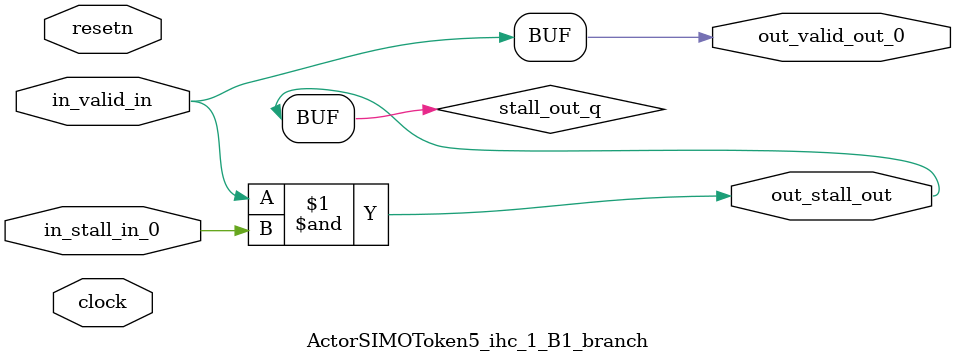
<source format=sv>



(* altera_attribute = "-name AUTO_SHIFT_REGISTER_RECOGNITION OFF; -name MESSAGE_DISABLE 10036; -name MESSAGE_DISABLE 10037; -name MESSAGE_DISABLE 14130; -name MESSAGE_DISABLE 14320; -name MESSAGE_DISABLE 15400; -name MESSAGE_DISABLE 14130; -name MESSAGE_DISABLE 10036; -name MESSAGE_DISABLE 12020; -name MESSAGE_DISABLE 12030; -name MESSAGE_DISABLE 12010; -name MESSAGE_DISABLE 12110; -name MESSAGE_DISABLE 14320; -name MESSAGE_DISABLE 13410; -name MESSAGE_DISABLE 113007; -name MESSAGE_DISABLE 10958" *)
module ActorSIMOToken5_ihc_1_B1_branch (
    input wire [0:0] in_stall_in_0,
    input wire [0:0] in_valid_in,
    output wire [0:0] out_stall_out,
    output wire [0:0] out_valid_out_0,
    input wire clock,
    input wire resetn
    );

    wire [0:0] stall_out_q;


    // stall_out(LOGICAL,6)
    assign stall_out_q = in_valid_in & in_stall_in_0;

    // out_stall_out(GPOUT,4)
    assign out_stall_out = stall_out_q;

    // out_valid_out_0(GPOUT,5)
    assign out_valid_out_0 = in_valid_in;

endmodule

</source>
